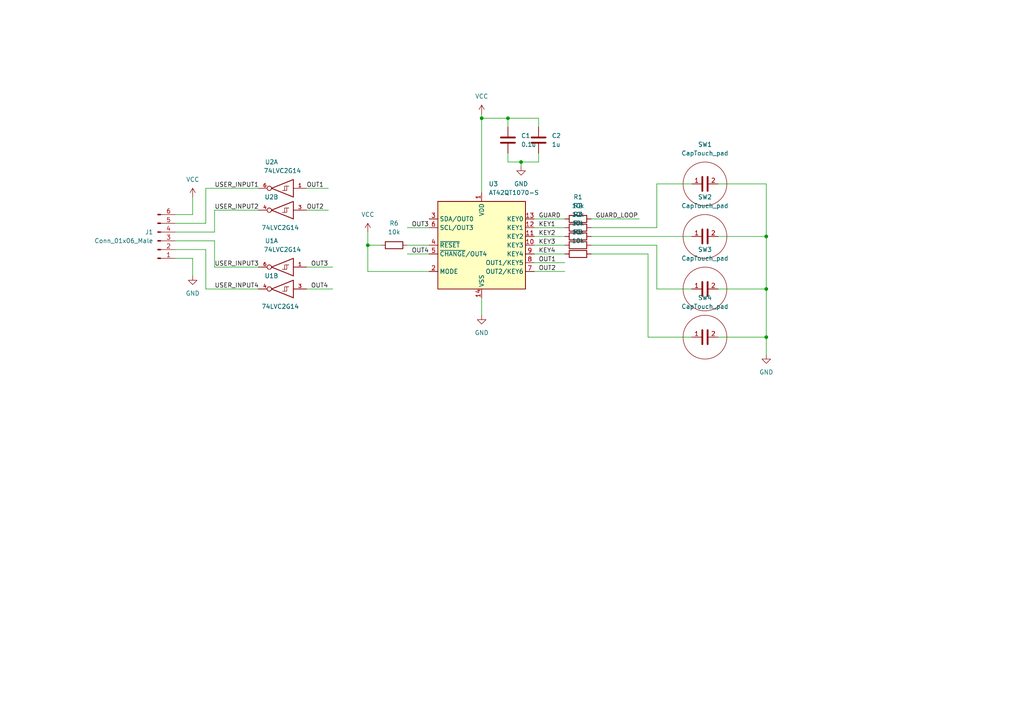
<source format=kicad_sch>
(kicad_sch (version 20211123) (generator eeschema)
  (paper "A4")
  (lib_symbols
    (symbol "74xGxx:74LVC2G14" (pin_names (offset 1.016))
      (property "Reference" "U" (at -2.54 3.81 0))
      (property "Value" "74LVC2G14" (at 0 -3.81 0))
      (symbol "74LVC2G14_0_1"
        (polyline (pts (xy -1.905 -0.635) (xy -1.27 -0.635) (xy -1.27 0.635)))
        (polyline (pts (xy -3.81 2.54) (xy -3.81 -2.54) (xy 2.54 0) (xy -3.81 2.54)) (stroke (width 0.254)))
        (polyline (pts (xy -2.54 -0.635) (xy -1.905 -0.635) (xy -1.905 0.635) (xy -0.635 0.635)))
        (pin power_in line (at 0 -2.54 270) (length 0) hide (name "GND") (number "2"))
        (pin power_in line (at 0 2.54 90) (length 0) hide (name "VCC") (number "5"))
      )
      (symbol "74LVC2G14_1_1"
        (pin input line (at -7.62 0 0) (length 3.81) (name "~") (number "1"))
        (pin output inverted (at 6.35 0 180) (length 3.81) (name "~") (number "6"))
      )
      (symbol "74LVC2G14_2_1"
        (pin input line (at -7.62 0 0) (length 3.81) (name "~") (number "3"))
        (pin output inverted (at 6.35 0 180) (length 3.81) (name "~") (number "4"))
      )
    )
    (symbol "Connector:Conn_01x06_Male" (pin_names (offset 1.016) hide)
      (property "Reference" "J" (at 0 7.62 0))
      (property "Value" "Conn_01x06_Male" (at 0 -10.16 0))
      (symbol "Conn_01x06_Male_1_1"
        (polyline (pts (xy 1.27 -7.62) (xy 0.8636 -7.62)) (stroke (width 0.1524)))
        (polyline (pts (xy 1.27 -5.08) (xy 0.8636 -5.08)) (stroke (width 0.1524)))
        (polyline (pts (xy 1.27 -2.54) (xy 0.8636 -2.54)) (stroke (width 0.1524)))
        (polyline (pts (xy 1.27 0) (xy 0.8636 0)) (stroke (width 0.1524)))
        (polyline (pts (xy 1.27 2.54) (xy 0.8636 2.54)) (stroke (width 0.1524)))
        (polyline (pts (xy 1.27 5.08) (xy 0.8636 5.08)) (stroke (width 0.1524)))
        (rectangle (start 0.8636 -7.493) (end 0 -7.747) (stroke (width 0.1524)) (fill (type outline)))
        (rectangle (start 0.8636 -4.953) (end 0 -5.207) (stroke (width 0.1524)) (fill (type outline)))
        (rectangle (start 0.8636 -2.413) (end 0 -2.667) (stroke (width 0.1524)) (fill (type outline)))
        (rectangle (start 0.8636 0.127) (end 0 -0.127) (stroke (width 0.1524)) (fill (type outline)))
        (rectangle (start 0.8636 2.667) (end 0 2.413) (stroke (width 0.1524)) (fill (type outline)))
        (rectangle (start 0.8636 5.207) (end 0 4.953) (stroke (width 0.1524)) (fill (type outline)))
        (pin passive line (at 5.08 5.08 180) (length 3.81) (name "Pin_1") (number "1"))
        (pin passive line (at 5.08 2.54 180) (length 3.81) (name "Pin_2") (number "2"))
        (pin passive line (at 5.08 0 180) (length 3.81) (name "Pin_3") (number "3"))
        (pin passive line (at 5.08 -2.54 180) (length 3.81) (name "Pin_4") (number "4"))
        (pin passive line (at 5.08 -5.08 180) (length 3.81) (name "Pin_5") (number "5"))
        (pin passive line (at 5.08 -7.62 180) (length 3.81) (name "Pin_6") (number "6"))
      )
    )
    (symbol "Device:C" (pin_numbers hide) (pin_names (offset 0.254))
      (property "Reference" "C" (at 0.635 2.54 0))
      (property "Value" "C" (at 0.635 -2.54 0))
      (symbol "C_0_1"
        (polyline (pts (xy -2.032 -0.762) (xy 2.032 -0.762)) (stroke (width 0.508)))
        (polyline (pts (xy -2.032 0.762) (xy 2.032 0.762)) (stroke (width 0.508)))
      )
      (symbol "C_1_1"
        (pin passive line (at 0 3.81 270) (length 2.794) (name "~") (number "1"))
        (pin passive line (at 0 -3.81 90) (length 2.794) (name "~") (number "2"))
      )
    )
    (symbol "Device:R" (pin_numbers hide) (pin_names (offset 0))
      (property "Reference" "R" (at 2.032 0 90))
      (property "Value" "R" (at 0 0 90))
      (symbol "R_0_1"
        (rectangle (start -1.016 -2.54) (end 1.016 2.54) (stroke (width 0.254)))
      )
      (symbol "R_1_1"
        (pin passive line (at 0 3.81 270) (length 1.27) (name "~") (number "1"))
        (pin passive line (at 0 -3.81 90) (length 1.27) (name "~") (number "2"))
      )
    )
    (symbol "Sensor_Touch:AT42QT1070-S"
      (property "Reference" "U" (at -2.54 16.51 0))
      (property "Value" "AT42QT1070-S" (at -2.54 13.97 0))
      (symbol "AT42QT1070-S_0_1"
        (rectangle (start -12.7 12.7) (end 12.7 -12.7) (stroke (width 0.254)) (fill (type background)))
      )
      (symbol "AT42QT1070-S_1_1"
        (pin power_in line (at 0 15.24 270) (length 2.54) (name "VDD") (number "1"))
        (pin passive line (at 15.24 0 180) (length 2.54) (name "KEY3") (number "10"))
        (pin passive line (at 15.24 2.54 180) (length 2.54) (name "KEY2") (number "11"))
        (pin passive line (at 15.24 5.08 180) (length 2.54) (name "KEY1") (number "12"))
        (pin passive line (at 15.24 7.62 180) (length 2.54) (name "KEY0") (number "13"))
        (pin power_in line (at 0 -15.24 90) (length 2.54) (name "VSS") (number "14"))
        (pin input line (at -15.24 -7.62 0) (length 2.54) (name "MODE") (number "2"))
        (pin bidirectional line (at -15.24 7.62 0) (length 2.54) (name "SDA/OUT0") (number "3"))
        (pin input line (at -15.24 0 0) (length 2.54) (name "~{RESET}") (number "4"))
        (pin open_collector line (at -15.24 -2.54 0) (length 2.54) (name "~{CHANGE}/OUT4") (number "5"))
        (pin bidirectional line (at -15.24 5.08 0) (length 2.54) (name "SCL/OUT3") (number "6"))
        (pin output line (at 15.24 -7.62 180) (length 2.54) (name "OUT2/KEY6") (number "7"))
        (pin output line (at 15.24 -5.08 180) (length 2.54) (name "OUT1/KEY5") (number "8"))
        (pin passive line (at 15.24 -2.54 180) (length 2.54) (name "KEY4") (number "9"))
      )
    )
    (symbol "power:GND" (power) (pin_names (offset 0))
      (property "Value" "GND" (at 0 -3.81 0))
      (symbol "GND_0_1"
        (polyline (pts (xy 0 0) (xy 0 -1.27) (xy 1.27 -1.27) (xy 0 -2.54) (xy -1.27 -1.27) (xy 0 -1.27)))
      )
      (symbol "GND_1_1"
        (pin power_in line (at 0 0 270) (length 0) hide (name "GND") (number "1"))
      )
    )
    (symbol "power:VCC" (power) (pin_names (offset 0))
      (property "Value" "VCC" (at 0 3.81 0))
      (symbol "VCC_0_1"
        (polyline (pts (xy -0.762 1.27) (xy 0 2.54)))
        (polyline (pts (xy 0 0) (xy 0 2.54)))
        (polyline (pts (xy 0 2.54) (xy 0.762 1.27)))
      )
      (symbol "VCC_1_1"
        (pin power_in line (at 0 0 90) (length 0) hide (name "VCC") (number "1"))
      )
    )
    (symbol "volvodash:CapTouch_pad"
      (property "Reference" "SW" (at 5.842 5.334 0))
      (property "Value" "CapTouch_pad" (at 7.62 7.366 0))
      (symbol "CapTouch_pad_0_1"
        (polyline (pts (xy -2.032 -0.762) (xy 2.032 -0.762)) (stroke (width 0.508)))
        (polyline (pts (xy -2.032 0.762) (xy 2.032 0.762)) (stroke (width 0.508)))
        (circle (center 0 0) (radius 6.35))
      )
      (symbol "CapTouch_pad_1_1"
        (pin passive line (at 0 3.81 270) (length 2.794) (name "~") (number "1"))
        (pin passive line (at 0 -3.81 90) (length 2.794) (name "~") (number "2"))
      )
    )
  )
  (junction (at 147.32 34.29))
  (junction (at 106.68 71.12))
  (junction (at 151.13 46.99))
  (junction (at 222.25 68.58))
  (junction (at 139.7 34.29))
  (junction (at 222.25 97.79))
  (junction (at 222.25 83.82))
  (wire (pts (xy 50.8 72.39) (xy 59.69 72.39)))
  (wire (pts (xy 151.13 46.99) (xy 151.13 48.26)))
  (wire (pts (xy 171.45 66.04) (xy 190.5 66.04)))
  (wire (pts (xy 156.21 34.29) (xy 147.32 34.29)))
  (wire (pts (xy 147.32 34.29) (xy 147.32 36.83)))
  (wire (pts (xy 50.8 74.93) (xy 55.88 74.93)))
  (wire (pts (xy 154.94 66.04) (xy 163.83 66.04)))
  (wire (pts (xy 171.45 68.58) (xy 200.66 68.58)))
  (wire (pts (xy 118.11 71.12) (xy 124.46 71.12)))
  (wire (pts (xy 55.88 57.15) (xy 55.88 62.23)))
  (wire (pts (xy 154.94 73.66) (xy 163.83 73.66)))
  (wire (pts (xy 154.94 78.74) (xy 163.83 78.74)))
  (wire (pts (xy 156.21 44.45) (xy 156.21 46.99)))
  (wire (pts (xy 190.5 66.04) (xy 190.5 53.34)))
  (wire (pts (xy 88.9 77.47) (xy 96.52 77.47)))
  (wire (pts (xy 222.25 53.34) (xy 222.25 68.58)))
  (wire (pts (xy 50.8 67.31) (xy 62.23 67.31)))
  (wire (pts (xy 59.69 72.39) (xy 59.69 83.82)))
  (wire (pts (xy 154.94 71.12) (xy 163.83 71.12)))
  (wire (pts (xy 74.93 54.61) (xy 59.69 54.61)))
  (wire (pts (xy 147.32 46.99) (xy 151.13 46.99)))
  (wire (pts (xy 106.68 71.12) (xy 106.68 67.31)))
  (wire (pts (xy 50.8 62.23) (xy 55.88 62.23)))
  (wire (pts (xy 208.28 68.58) (xy 222.25 68.58)))
  (wire (pts (xy 171.45 63.5) (xy 185.42 63.5)))
  (wire (pts (xy 106.68 78.74) (xy 124.46 78.74)))
  (wire (pts (xy 62.23 60.96) (xy 74.93 60.96)))
  (wire (pts (xy 62.23 69.85) (xy 62.23 77.47)))
  (wire (pts (xy 118.11 66.04) (xy 124.46 66.04)))
  (wire (pts (xy 190.5 83.82) (xy 200.66 83.82)))
  (wire (pts (xy 208.28 83.82) (xy 222.25 83.82)))
  (wire (pts (xy 151.13 46.99) (xy 156.21 46.99)))
  (wire (pts (xy 59.69 83.82) (xy 74.93 83.82)))
  (wire (pts (xy 154.94 76.2) (xy 163.83 76.2)))
  (wire (pts (xy 50.8 64.77) (xy 59.69 64.77)))
  (wire (pts (xy 139.7 86.36) (xy 139.7 91.44)))
  (wire (pts (xy 55.88 74.93) (xy 55.88 80.01)))
  (wire (pts (xy 222.25 97.79) (xy 222.25 102.87)))
  (wire (pts (xy 171.45 71.12) (xy 190.5 71.12)))
  (wire (pts (xy 222.25 68.58) (xy 222.25 83.82)))
  (wire (pts (xy 50.8 69.85) (xy 62.23 69.85)))
  (wire (pts (xy 88.9 83.82) (xy 96.52 83.82)))
  (wire (pts (xy 62.23 77.47) (xy 74.93 77.47)))
  (wire (pts (xy 222.25 83.82) (xy 222.25 97.79)))
  (wire (pts (xy 88.9 60.96) (xy 95.25 60.96)))
  (wire (pts (xy 106.68 78.74) (xy 106.68 71.12)))
  (wire (pts (xy 208.28 53.34) (xy 222.25 53.34)))
  (wire (pts (xy 190.5 53.34) (xy 200.66 53.34)))
  (wire (pts (xy 147.32 34.29) (xy 139.7 34.29)))
  (wire (pts (xy 106.68 71.12) (xy 110.49 71.12)))
  (wire (pts (xy 171.45 73.66) (xy 187.96 73.66)))
  (wire (pts (xy 139.7 34.29) (xy 139.7 55.88)))
  (wire (pts (xy 118.11 73.66) (xy 124.46 73.66)))
  (wire (pts (xy 187.96 97.79) (xy 200.66 97.79)))
  (wire (pts (xy 139.7 33.02) (xy 139.7 34.29)))
  (wire (pts (xy 187.96 73.66) (xy 187.96 97.79)))
  (wire (pts (xy 88.9 54.61) (xy 95.25 54.61)))
  (wire (pts (xy 154.94 68.58) (xy 163.83 68.58)))
  (wire (pts (xy 154.94 63.5) (xy 163.83 63.5)))
  (wire (pts (xy 62.23 67.31) (xy 62.23 60.96)))
  (wire (pts (xy 147.32 44.45) (xy 147.32 46.99)))
  (wire (pts (xy 190.5 71.12) (xy 190.5 83.82)))
  (wire (pts (xy 59.69 54.61) (xy 59.69 64.77)))
  (wire (pts (xy 156.21 36.83) (xy 156.21 34.29)))
  (wire (pts (xy 208.28 97.79) (xy 222.25 97.79)))
  (label "OUT2" (at 156.21 78.74 0))
  (label "USER_INPUT4" (at 62.23 83.82 0))
  (label "USER_INPUT1" (at 62.23 54.61 0))
  (label "USER_INPUT2" (at 62.23 60.96 0))
  (label "KEY1" (at 156.21 66.04 0))
  (label "GUARD_LOOP" (at 172.72 63.5 0))
  (label "OUT2" (at 88.9 60.96 0))
  (label "GUARD" (at 156.21 63.5 0))
  (label "KEY3" (at 156.21 71.12 0))
  (label "OUT1" (at 88.9 54.61 0))
  (label "KEY4" (at 156.21 73.66 0))
  (label "KEY2" (at 156.21 68.58 0))
  (label "USER_INPUT3" (at 62.23 77.47 0))
  (label "OUT1" (at 156.21 76.2 0))
  (label "OUT4" (at 90.17 83.82 0))
  (label "OUT3" (at 90.17 77.47 0))
  (label "OUT4" (at 119.38 73.66 0))
  (label "OUT3" (at 119.38 66.04 0))
  (symbol (lib_id "Device:R") (at 114.3 71.12 90) (unit 1)
    (property "Reference" "R6" (at 114.3 64.77 90))
    (property "Value" "10k" (at 114.3 67.31 90))
    (property "Footprint" "Resistor_SMD:R_0603_1608Metric_Pad0.98x0.95mm_HandSolder" (effects hide))
  )
  (symbol (lib_id "power:GND") (at 139.7 91.44 0) (unit 1)
    (property "Reference" "#PWR0103" (effects hide))
    (property "Value" "GND" (at 139.7 96.52 0))
  )
  (symbol (lib_id "volvodash:CapTouch_pad") (at 204.47 97.79 90) (unit 1)
    (property "Reference" "SW4" (at 204.47 86.36 90))
    (property "Value" "CapTouch_pad" (at 204.47 88.9 90))
    (property "Footprint" "volvodash:CAPTOUCH_12.5" (effects hide))
  )
  (symbol (lib_id "Device:C") (at 156.21 40.64 0) (unit 1)
    (property "Reference" "C2" (at 160.02 39.3699 0) (effects (justify left)))
    (property "Value" "1u" (at 160.02 41.9099 0) (effects (justify left)))
    (property "Footprint" "Capacitor_SMD:C_0603_1608Metric_Pad1.08x0.95mm_HandSolder" (effects hide))
  )
  (symbol (lib_id "Device:C") (at 147.32 40.64 0) (unit 1)
    (property "Reference" "C1" (at 151.13 39.3699 0) (effects (justify left)))
    (property "Value" "0.1u" (at 151.13 41.9099 0) (effects (justify left)))
    (property "Footprint" "Capacitor_SMD:C_0603_1608Metric_Pad1.08x0.95mm_HandSolder" (effects hide))
  )
  (symbol (lib_id "Device:R") (at 167.64 71.12 90) (unit 1)
    (property "Reference" "R4" (at 167.64 64.77 90))
    (property "Value" "10k" (at 167.64 67.31 90))
    (property "Footprint" "Resistor_SMD:R_0603_1608Metric_Pad0.98x0.95mm_HandSolder" (effects hide))
  )
  (symbol (lib_id "volvodash:CapTouch_pad") (at 204.47 53.34 90) (unit 1)
    (property "Reference" "SW1" (at 204.47 41.91 90))
    (property "Value" "CapTouch_pad" (at 204.47 44.45 90))
    (property "Footprint" "volvodash:CAPTOUCH_12.5" (effects hide))
  )
  (symbol (lib_id "volvodash:CapTouch_pad") (at 204.47 68.58 90) (unit 1)
    (property "Reference" "SW2" (at 204.47 57.15 90))
    (property "Value" "CapTouch_pad" (at 204.47 59.69 90))
    (property "Footprint" "volvodash:CAPTOUCH_12.5" (effects hide))
  )
  (symbol (lib_id "74xGxx:74LVC2G14") (at 81.28 60.96 180) (unit 2)
    (property "Reference" "U2" (at 78.74 57.15 0))
    (property "Value" "74LVC2G14" (at 81.28 66.04 0))
    (property "Footprint" "Package_SO:TSOP-6_1.65x3.05mm_P0.95mm" (effects hide))
    (property "Datasheet" "https://www.ti.com/lit/ds/symlink/sn74lvc2g14.pdf" (effects hide))
  )
  (symbol (lib_id "Device:R") (at 167.64 73.66 90) (unit 1)
    (property "Reference" "R5" (at 167.64 67.31 90))
    (property "Value" "10k" (at 167.64 69.85 90))
    (property "Footprint" "Resistor_SMD:R_0603_1608Metric_Pad0.98x0.95mm_HandSolder" (effects hide))
  )
  (symbol (lib_id "Connector:Conn_01x06_Male") (at 45.72 69.85 0) (mirror x) (unit 1)
    (property "Reference" "J1" (at 44.45 67.3099 0) (effects (justify right)))
    (property "Value" "Conn_01x06_Male" (at 44.45 69.8499 0) (effects (justify right)))
    (property "Footprint" "Connector_JST:JST_GH_SM06B-GHS-TB_1x06-1MP_P1.25mm_Horizontal" (effects hide))
  )
  (symbol (lib_id "Sensor_Touch:AT42QT1070-S") (at 139.7 71.12 0) (unit 1)
    (property "Reference" "U3" (at 141.7194 53.34 0) (effects (justify left)))
    (property "Value" "AT42QT1070-S" (at 141.7194 55.88 0) (effects (justify left)))
    (property "Footprint" "Package_SO:SOIC-14_3.9x8.7mm_P1.27mm" (effects hide))
    (property "Datasheet" "http://ww1.microchip.com/downloads/en/DeviceDoc/Atmel-9596-AT42-QTouch-BSW-AT42QT1070_Datasheet.pdf" (effects hide))
  )
  (symbol (lib_id "74xGxx:74LVC2G14") (at 81.28 77.47 180) (unit 1)
    (property "Reference" "U1" (at 78.74 69.85 0))
    (property "Value" "74LVC2G14" (at 81.915 72.39 0))
    (property "Footprint" "Package_SO:TSOP-6_1.65x3.05mm_P0.95mm" (effects hide))
    (property "Datasheet" "https://www.ti.com/lit/ds/symlink/sn74lvc2g14.pdf" (effects hide))
  )
  (symbol (lib_id "Device:R") (at 167.64 66.04 90) (unit 1)
    (property "Reference" "R2" (at 167.64 59.69 90))
    (property "Value" "10k" (at 167.64 62.23 90))
    (property "Footprint" "Resistor_SMD:R_0603_1608Metric_Pad0.98x0.95mm_HandSolder" (effects hide))
  )
  (symbol (lib_id "power:GND") (at 55.88 80.01 0) (unit 1)
    (property "Reference" "#PWR0105" (effects hide))
    (property "Value" "GND" (at 55.88 85.09 0))
  )
  (symbol (lib_id "power:GND") (at 222.25 102.87 0) (unit 1)
    (property "Reference" "#PWR0107" (effects hide))
    (property "Value" "GND" (at 222.25 107.95 0))
  )
  (symbol (lib_id "volvodash:CapTouch_pad") (at 204.47 83.82 90) (unit 1)
    (property "Reference" "SW3" (at 204.47 72.39 90))
    (property "Value" "CapTouch_pad" (at 204.47 74.93 90))
    (property "Footprint" "volvodash:CAPTOUCH_12.5" (effects hide))
  )
  (symbol (lib_id "power:VCC") (at 106.68 67.31 0) (unit 1)
    (property "Reference" "#PWR0104" (effects hide))
    (property "Value" "VCC" (at 106.68 62.23 0))
  )
  (symbol (lib_id "74xGxx:74LVC2G14") (at 81.28 54.61 180) (unit 1)
    (property "Reference" "U2" (at 78.74 46.99 0))
    (property "Value" "74LVC2G14" (at 81.915 49.53 0))
    (property "Footprint" "Package_SO:TSOP-6_1.65x3.05mm_P0.95mm" (effects hide))
    (property "Datasheet" "https://www.ti.com/lit/ds/symlink/sn74lvc2g14.pdf" (effects hide))
  )
  (symbol (lib_id "Device:R") (at 167.64 68.58 90) (unit 1)
    (property "Reference" "R3" (at 167.64 62.23 90))
    (property "Value" "10k" (at 167.64 64.77 90))
    (property "Footprint" "Resistor_SMD:R_0603_1608Metric_Pad0.98x0.95mm_HandSolder" (effects hide))
  )
  (symbol (lib_id "power:GND") (at 151.13 48.26 0) (unit 1)
    (property "Reference" "#PWR0102" (effects hide))
    (property "Value" "GND" (at 151.13 53.34 0))
  )
  (symbol (lib_id "74xGxx:74LVC2G14") (at 81.28 83.82 180) (unit 2)
    (property "Reference" "U1" (at 78.74 80.01 0))
    (property "Value" "74LVC2G14" (at 81.28 88.9 0))
    (property "Footprint" "Package_SO:TSOP-6_1.65x3.05mm_P0.95mm" (effects hide))
    (property "Datasheet" "https://www.ti.com/lit/ds/symlink/sn74lvc2g14.pdf" (effects hide))
  )
  (symbol (lib_id "Device:R") (at 167.64 63.5 90) (unit 1)
    (property "Reference" "R1" (at 167.64 57.15 90))
    (property "Value" "10k" (at 167.64 59.69 90))
    (property "Footprint" "Resistor_SMD:R_0603_1608Metric_Pad0.98x0.95mm_HandSolder" (effects hide))
  )
  (symbol (lib_id "power:VCC") (at 139.7 33.02 0) (unit 1)
    (property "Reference" "#PWR0101" (effects hide))
    (property "Value" "VCC" (at 139.7 27.94 0))
  )
  (symbol (lib_id "power:VCC") (at 55.88 57.15 0) (unit 1)
    (property "Reference" "#PWR0106" (effects hide))
    (property "Value" "VCC" (at 55.88 52.07 0))
  )
)
</source>
